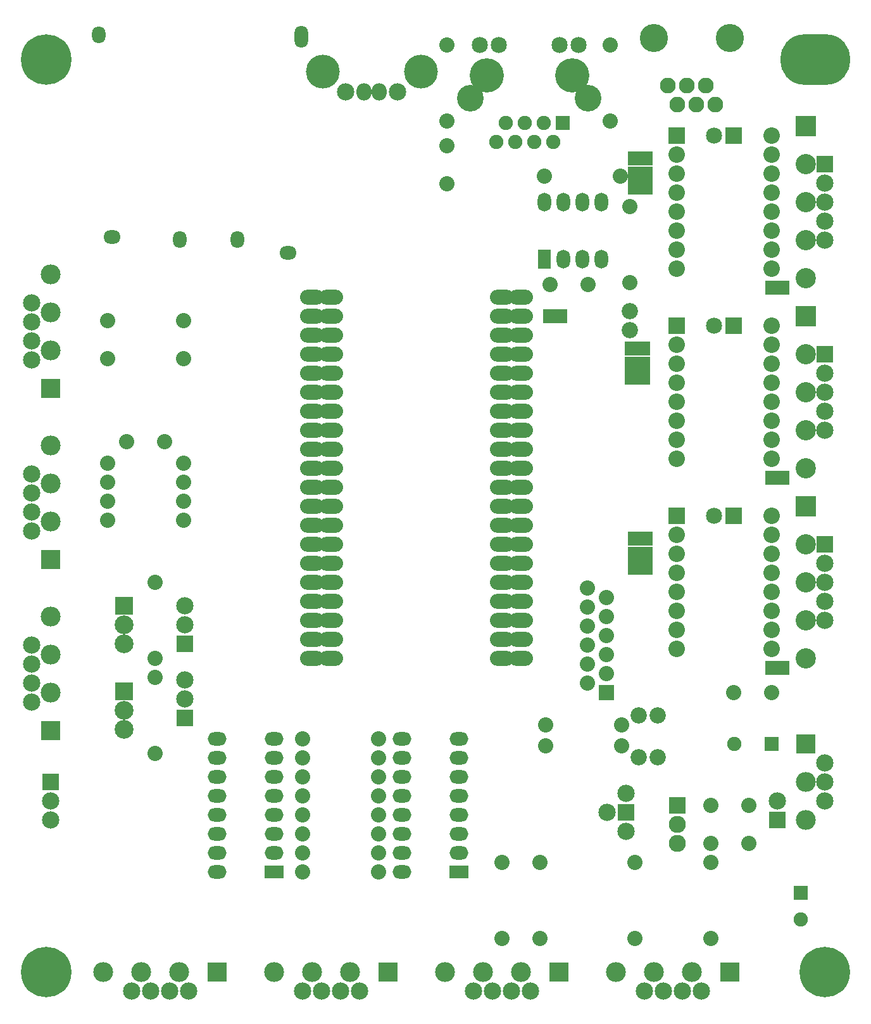
<source format=gbs>
G04 (created by PCBNEW-RS274X (2012-01-19 BZR 3256)-stable) date Sun 31 Aug 2014 14:00:24 CEST*
G01*
G70*
G90*
%MOIN*%
G04 Gerber Fmt 3.4, Leading zero omitted, Abs format*
%FSLAX34Y34*%
G04 APERTURE LIST*
%ADD10C,0.006000*%
%ADD11R,0.075000X0.075000*%
%ADD12C,0.075000*%
%ADD13R,0.071200X0.098700*%
%ADD14O,0.071200X0.098700*%
%ADD15C,0.090000*%
%ADD16R,0.090000X0.090000*%
%ADD17R,0.098700X0.071200*%
%ADD18O,0.098700X0.071200*%
%ADD19O,0.126300X0.079100*%
%ADD20R,0.067200X0.077000*%
%ADD21C,0.180000*%
%ADD22C,0.140000*%
%ADD23C,0.085000*%
%ADD24C,0.080000*%
%ADD25C,0.086000*%
%ADD26C,0.098700*%
%ADD27R,0.094800X0.094800*%
%ADD28O,0.079100X0.090900*%
%ADD29C,0.090900*%
%ADD30C,0.177500*%
%ADD31R,0.085000X0.085000*%
%ADD32R,0.090900X0.090900*%
%ADD33C,0.083000*%
%ADD34C,0.148000*%
%ADD35R,0.080000X0.080000*%
%ADD36O,0.370400X0.266100*%
%ADD37C,0.266100*%
%ADD38R,0.104600X0.104600*%
%ADD39C,0.104600*%
%ADD40R,0.106600X0.106600*%
%ADD41C,0.106600*%
%ADD42R,0.086900X0.086900*%
%ADD43C,0.086900*%
%ADD44O,0.090400X0.070900*%
%ADD45O,0.070900X0.090400*%
%ADD46O,0.070900X0.117800*%
G04 APERTURE END LIST*
G54D10*
G54D11*
X52200Y-52000D03*
G54D12*
X50231Y-52000D03*
G54D13*
X40250Y-26500D03*
G54D14*
X41250Y-26500D03*
X42250Y-26500D03*
X43250Y-26500D03*
X43250Y-23500D03*
X42250Y-23500D03*
X41250Y-23500D03*
X40250Y-23500D03*
G54D15*
X47250Y-57250D03*
X47250Y-56250D03*
G54D16*
X47250Y-55250D03*
G54D17*
X26000Y-58750D03*
G54D18*
X26000Y-57750D03*
X26000Y-56750D03*
X26000Y-55750D03*
X26000Y-54750D03*
X26000Y-53750D03*
X26000Y-52750D03*
X26000Y-51750D03*
X23000Y-51750D03*
X23000Y-52750D03*
X23000Y-53750D03*
X23000Y-54750D03*
X23000Y-55750D03*
X23000Y-56750D03*
X23000Y-57750D03*
X23000Y-58750D03*
G54D17*
X35750Y-58750D03*
G54D18*
X35750Y-57750D03*
X35750Y-56750D03*
X35750Y-55750D03*
X35750Y-54750D03*
X35750Y-53750D03*
X35750Y-52750D03*
X35750Y-51750D03*
X32750Y-51750D03*
X32750Y-52750D03*
X32750Y-53750D03*
X32750Y-54750D03*
X32750Y-55750D03*
X32750Y-56750D03*
X32750Y-57750D03*
X32750Y-58750D03*
G54D19*
X39000Y-28500D03*
X39000Y-29500D03*
X39000Y-30500D03*
X39000Y-31500D03*
X39000Y-32500D03*
X39000Y-33500D03*
X39000Y-34500D03*
X39000Y-35500D03*
X39000Y-36500D03*
X39000Y-37500D03*
X39000Y-38500D03*
X39000Y-39500D03*
X39000Y-40500D03*
X39000Y-41500D03*
X39000Y-42500D03*
X39000Y-43500D03*
X39000Y-44500D03*
X39000Y-45500D03*
X39000Y-46500D03*
X39000Y-47500D03*
X28000Y-47500D03*
X28000Y-46500D03*
X28000Y-45500D03*
X28000Y-44500D03*
X28000Y-43500D03*
X28000Y-42500D03*
X28000Y-41500D03*
X28000Y-40500D03*
X28000Y-39500D03*
X28000Y-38500D03*
X28000Y-37500D03*
X28000Y-36500D03*
X28000Y-35500D03*
X28000Y-34500D03*
X28000Y-33500D03*
X28000Y-32500D03*
X28000Y-31500D03*
X28000Y-30500D03*
X28000Y-29500D03*
X28000Y-28500D03*
X29000Y-28500D03*
X29000Y-29500D03*
X29000Y-30500D03*
X29000Y-31500D03*
X29000Y-32500D03*
X29000Y-33500D03*
X29000Y-34500D03*
X29000Y-35500D03*
X29000Y-36500D03*
X29000Y-37500D03*
X29000Y-38500D03*
X29000Y-39500D03*
X29000Y-40500D03*
X29000Y-41500D03*
X29000Y-42500D03*
X29000Y-43500D03*
X29000Y-44500D03*
X29000Y-45500D03*
X29000Y-46500D03*
X29000Y-47500D03*
X38000Y-47500D03*
X38000Y-46500D03*
X38000Y-45500D03*
X38000Y-44500D03*
X38000Y-43500D03*
X38000Y-42500D03*
X38000Y-41500D03*
X38000Y-40500D03*
X38000Y-39500D03*
X38000Y-38500D03*
X38000Y-37500D03*
X38000Y-36500D03*
X38000Y-35500D03*
X38000Y-34500D03*
X38000Y-33500D03*
X38000Y-32500D03*
X38000Y-31500D03*
X38000Y-30500D03*
X38000Y-29500D03*
X38000Y-28500D03*
G54D20*
X41100Y-29500D03*
X40500Y-29500D03*
X52800Y-28000D03*
X52200Y-28000D03*
X52800Y-38000D03*
X52200Y-38000D03*
X52800Y-48000D03*
X52200Y-48000D03*
G54D21*
X37200Y-16850D03*
X41700Y-16850D03*
G54D11*
X41200Y-19350D03*
G54D12*
X40700Y-20350D03*
X40200Y-19350D03*
X39700Y-20350D03*
X39200Y-19350D03*
X38700Y-20350D03*
X38200Y-19350D03*
X37700Y-20350D03*
G54D22*
X42550Y-18050D03*
X36350Y-18050D03*
G54D23*
X42050Y-15250D03*
X41060Y-15250D03*
X37840Y-15250D03*
X36850Y-15250D03*
G54D24*
X50200Y-49300D03*
X52200Y-49300D03*
X20250Y-36100D03*
X18250Y-36100D03*
X35100Y-22550D03*
X35100Y-20550D03*
X51000Y-57250D03*
X49000Y-57250D03*
X51000Y-55250D03*
X49000Y-55250D03*
G54D25*
X44750Y-29250D03*
X44750Y-30250D03*
X45200Y-50500D03*
X46200Y-50500D03*
G54D11*
X53750Y-59850D03*
G54D12*
X53750Y-61228D03*
G54D26*
X18100Y-51250D03*
X18100Y-50250D03*
G54D27*
X18100Y-49250D03*
G54D26*
X18100Y-46750D03*
X18100Y-45750D03*
G54D27*
X18100Y-44750D03*
G54D28*
X30755Y-17720D03*
X31545Y-17720D03*
G54D29*
X29775Y-17720D03*
G54D30*
X28565Y-16650D03*
X33735Y-16650D03*
G54D29*
X32525Y-17720D03*
G54D25*
X45200Y-52700D03*
X46200Y-52700D03*
G54D20*
X45625Y-21200D03*
X44975Y-22750D03*
X44975Y-21200D03*
X45625Y-22000D03*
X44975Y-22000D03*
X45625Y-22750D03*
X45475Y-31200D03*
X44825Y-32750D03*
X44825Y-31200D03*
X45475Y-32000D03*
X44825Y-32000D03*
X45475Y-32750D03*
X45625Y-41200D03*
X44975Y-42750D03*
X44975Y-41200D03*
X45625Y-42000D03*
X44975Y-42000D03*
X45625Y-42750D03*
G54D31*
X50212Y-40000D03*
G54D23*
X49188Y-40000D03*
G54D31*
X50212Y-30000D03*
G54D23*
X49188Y-30000D03*
G54D31*
X50212Y-20000D03*
G54D23*
X49188Y-20000D03*
G54D32*
X14250Y-54000D03*
G54D29*
X14250Y-55000D03*
X14250Y-56000D03*
G54D32*
X21300Y-50650D03*
G54D29*
X21300Y-49650D03*
X21300Y-48650D03*
G54D32*
X21300Y-46750D03*
G54D29*
X21300Y-45750D03*
X21300Y-44750D03*
G54D33*
X47750Y-17375D03*
X48750Y-17375D03*
X46750Y-17375D03*
X49250Y-18375D03*
X48250Y-18375D03*
X47250Y-18375D03*
G54D34*
X46000Y-14875D03*
X50000Y-14875D03*
G54D24*
X45000Y-58250D03*
X45000Y-62250D03*
X27500Y-58750D03*
X31500Y-58750D03*
X27500Y-56750D03*
X31500Y-56750D03*
X40300Y-51000D03*
X44300Y-51000D03*
X49000Y-58250D03*
X49000Y-62250D03*
X27500Y-54750D03*
X31500Y-54750D03*
X27500Y-52750D03*
X31500Y-52750D03*
X27500Y-55750D03*
X31500Y-55750D03*
X27500Y-53750D03*
X31500Y-53750D03*
X27500Y-51750D03*
X31500Y-51750D03*
X19750Y-43500D03*
X19750Y-47500D03*
X19750Y-48500D03*
X19750Y-52500D03*
X21250Y-39250D03*
X17250Y-39250D03*
X17250Y-29750D03*
X21250Y-29750D03*
X44300Y-52100D03*
X40300Y-52100D03*
X44750Y-27750D03*
X44750Y-23750D03*
X35100Y-19250D03*
X35100Y-15250D03*
X43700Y-19250D03*
X43700Y-15250D03*
X44250Y-22150D03*
X40250Y-22150D03*
X27500Y-57750D03*
X31500Y-57750D03*
X40000Y-58250D03*
X40000Y-62250D03*
X38000Y-58250D03*
X38000Y-62250D03*
X21250Y-40250D03*
X17250Y-40250D03*
X21250Y-37250D03*
X17250Y-37250D03*
X17250Y-38250D03*
X21250Y-38250D03*
X17250Y-31750D03*
X21250Y-31750D03*
G54D35*
X43500Y-49300D03*
G54D24*
X42500Y-48800D03*
X43500Y-48300D03*
X42500Y-47800D03*
X43500Y-47300D03*
X42500Y-46800D03*
X43500Y-46300D03*
X42500Y-45800D03*
X43500Y-45300D03*
X42500Y-44800D03*
X43500Y-44300D03*
X42500Y-43800D03*
G54D36*
X54500Y-16000D03*
G54D37*
X55000Y-64000D03*
X14000Y-64000D03*
X14000Y-16000D03*
G54D38*
X23000Y-64000D03*
G54D39*
X21000Y-64000D03*
X19000Y-64000D03*
X17000Y-64000D03*
G54D29*
X21500Y-65000D03*
X20500Y-65000D03*
X19500Y-65000D03*
X18500Y-65000D03*
G54D38*
X14250Y-33300D03*
G54D39*
X14250Y-31300D03*
X14250Y-29300D03*
X14250Y-27300D03*
G54D29*
X13250Y-31800D03*
X13250Y-30800D03*
X13250Y-29800D03*
X13250Y-28800D03*
G54D38*
X32000Y-64000D03*
G54D39*
X30000Y-64000D03*
X28000Y-64000D03*
X26000Y-64000D03*
G54D29*
X30500Y-65000D03*
X29500Y-65000D03*
X28500Y-65000D03*
X27500Y-65000D03*
G54D38*
X50000Y-64000D03*
G54D39*
X48000Y-64000D03*
X46000Y-64000D03*
X44000Y-64000D03*
G54D29*
X48500Y-65000D03*
X47500Y-65000D03*
X46500Y-65000D03*
X45500Y-65000D03*
G54D38*
X41000Y-64000D03*
G54D39*
X39000Y-64000D03*
X37000Y-64000D03*
X35000Y-64000D03*
G54D29*
X39500Y-65000D03*
X38500Y-65000D03*
X37500Y-65000D03*
X36500Y-65000D03*
G54D38*
X14250Y-51300D03*
G54D39*
X14250Y-49300D03*
X14250Y-47300D03*
X14250Y-45300D03*
G54D29*
X13250Y-49800D03*
X13250Y-48800D03*
X13250Y-47800D03*
X13250Y-46800D03*
G54D38*
X14250Y-42300D03*
G54D39*
X14250Y-40300D03*
X14250Y-38300D03*
X14250Y-36300D03*
G54D29*
X13250Y-40800D03*
X13250Y-39800D03*
X13250Y-38800D03*
X13250Y-37800D03*
G54D32*
X52500Y-56000D03*
G54D29*
X52500Y-55000D03*
G54D40*
X54000Y-29500D03*
G54D41*
X54000Y-31500D03*
X54000Y-33500D03*
X54000Y-35500D03*
G54D32*
X55000Y-31500D03*
G54D29*
X55000Y-32500D03*
X55000Y-33500D03*
X55000Y-34500D03*
G54D41*
X54000Y-37500D03*
G54D29*
X55000Y-35500D03*
G54D40*
X54000Y-19500D03*
G54D41*
X54000Y-21500D03*
X54000Y-23500D03*
X54000Y-25500D03*
G54D32*
X55000Y-21500D03*
G54D29*
X55000Y-22500D03*
X55000Y-23500D03*
X55000Y-24500D03*
G54D41*
X54000Y-27500D03*
G54D29*
X55000Y-25500D03*
G54D40*
X54000Y-39500D03*
G54D41*
X54000Y-41500D03*
X54000Y-43500D03*
X54000Y-45500D03*
G54D32*
X55000Y-41500D03*
G54D29*
X55000Y-42500D03*
X55000Y-43500D03*
X55000Y-44500D03*
G54D41*
X54000Y-47500D03*
G54D29*
X55000Y-45500D03*
G54D24*
X40550Y-27850D03*
X42550Y-27850D03*
G54D38*
X54000Y-52000D03*
G54D39*
X54000Y-54000D03*
G54D29*
X55000Y-53000D03*
X55000Y-54000D03*
X55000Y-55000D03*
G54D39*
X54000Y-56000D03*
G54D32*
X44550Y-55600D03*
G54D29*
X44550Y-54600D03*
X44550Y-56600D03*
X43550Y-55600D03*
G54D42*
X47200Y-30000D03*
G54D43*
X47200Y-31000D03*
X47200Y-32000D03*
X47200Y-33000D03*
X47200Y-34000D03*
X47200Y-35000D03*
X47200Y-36000D03*
X47200Y-37000D03*
X52200Y-37000D03*
X52200Y-36000D03*
X52200Y-35000D03*
X52200Y-34000D03*
X52200Y-33000D03*
X52200Y-32000D03*
X52200Y-31000D03*
X52200Y-30000D03*
G54D42*
X47200Y-20000D03*
G54D43*
X47200Y-21000D03*
X47200Y-22000D03*
X47200Y-23000D03*
X47200Y-24000D03*
X47200Y-25000D03*
X47200Y-26000D03*
X47200Y-27000D03*
X52200Y-27000D03*
X52200Y-26000D03*
X52200Y-25000D03*
X52200Y-24000D03*
X52200Y-23000D03*
X52200Y-22000D03*
X52200Y-21000D03*
X52200Y-20000D03*
G54D42*
X47200Y-40000D03*
G54D43*
X47200Y-41000D03*
X47200Y-42000D03*
X47200Y-43000D03*
X47200Y-44000D03*
X47200Y-45000D03*
X47200Y-46000D03*
X47200Y-47000D03*
X52200Y-47000D03*
X52200Y-46000D03*
X52200Y-45000D03*
X52200Y-44000D03*
X52200Y-43000D03*
X52200Y-42000D03*
X52200Y-41000D03*
X52200Y-40000D03*
G54D44*
X26750Y-26182D03*
G54D45*
X24077Y-25465D03*
X21057Y-25465D03*
X16762Y-14717D03*
G54D44*
X17467Y-25323D03*
G54D46*
X27435Y-14820D03*
M02*

</source>
